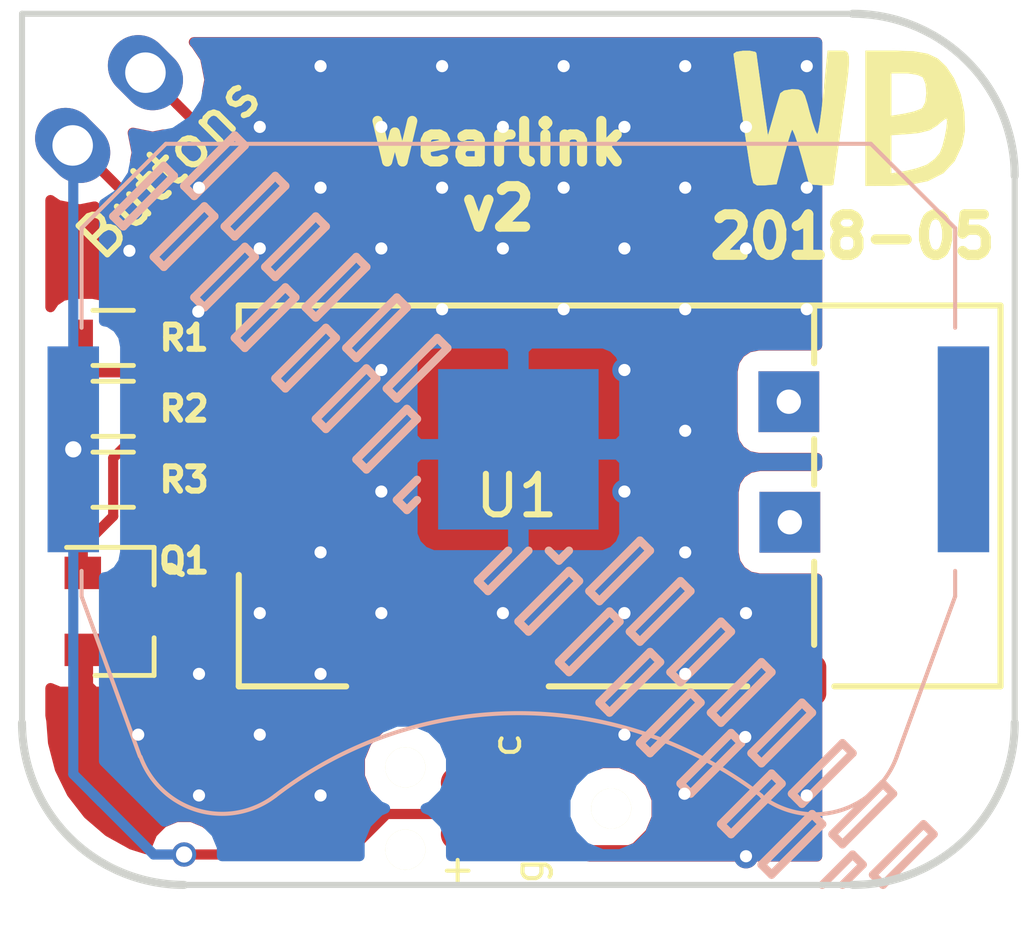
<source format=kicad_pcb>
(kicad_pcb (version 20171130) (host pcbnew "(5.0.0-rc2-dev-710-ge91e88bfa)")

  (general
    (thickness 1.6)
    (drawings 135)
    (tracks 107)
    (zones 0)
    (modules 9)
    (nets 8)
  )

  (page A4)
  (layers
    (0 F.Cu signal)
    (31 B.Cu signal)
    (32 B.Adhes user)
    (33 F.Adhes user)
    (34 B.Paste user)
    (35 F.Paste user)
    (36 B.SilkS user)
    (37 F.SilkS user)
    (38 B.Mask user)
    (39 F.Mask user)
    (40 Dwgs.User user)
    (41 Cmts.User user)
    (42 Eco1.User user)
    (43 Eco2.User user)
    (44 Edge.Cuts user)
    (45 Margin user)
    (46 B.CrtYd user)
    (47 F.CrtYd user)
    (48 B.Fab user)
    (49 F.Fab user)
  )

  (setup
    (last_trace_width 0.25)
    (trace_clearance 0.2)
    (zone_clearance 0.1)
    (zone_45_only no)
    (trace_min 0.2)
    (segment_width 0.2)
    (edge_width 0.2)
    (via_size 0.6)
    (via_drill 0.4)
    (via_min_size 0.4)
    (via_min_drill 0.3)
    (uvia_size 0.3)
    (uvia_drill 0.1)
    (uvias_allowed no)
    (uvia_min_size 0.2)
    (uvia_min_drill 0.1)
    (pcb_text_width 0.3)
    (pcb_text_size 1.5 1.5)
    (mod_edge_width 0.15)
    (mod_text_size 1 1)
    (mod_text_width 0.15)
    (pad_size 1.5 1.5)
    (pad_drill 0.6)
    (pad_to_mask_clearance 0.2)
    (aux_axis_origin 147.5 102.5)
    (visible_elements FFFFFF7F)
    (pcbplotparams
      (layerselection 0x00030_80000001)
      (usegerberextensions false)
      (usegerberattributes false)
      (usegerberadvancedattributes false)
      (creategerberjobfile false)
      (excludeedgelayer true)
      (linewidth 0.100000)
      (plotframeref false)
      (viasonmask false)
      (mode 1)
      (useauxorigin false)
      (hpglpennumber 1)
      (hpglpenspeed 20)
      (hpglpendiameter 15)
      (psnegative false)
      (psa4output false)
      (plotreference true)
      (plotvalue true)
      (plotinvisibletext false)
      (padsonsilk false)
      (subtractmaskfromsilk false)
      (outputformat 1)
      (mirror false)
      (drillshape 1)
      (scaleselection 1)
      (outputdirectory ""))
  )

  (net 0 "")
  (net 1 POWER)
  (net 2 "Net-(J1-Pad3)")
  (net 3 "Net-(Q1-Pad1)")
  (net 4 SENSE)
  (net 5 ADC)
  (net 6 "Net-(J1-Pad5)")
  (net 7 GND)

  (net_class Default "This is the default net class."
    (clearance 0.2)
    (trace_width 0.25)
    (via_dia 0.6)
    (via_drill 0.4)
    (uvia_dia 0.3)
    (uvia_drill 0.1)
    (add_net ADC)
    (add_net GND)
    (add_net "Net-(J1-Pad3)")
    (add_net "Net-(J1-Pad5)")
    (add_net "Net-(Q1-Pad1)")
    (add_net POWER)
    (add_net SENSE)
  )

  (module Battery_Holders:Keystone_3034_1x20mm-CoinCell (layer B.Cu) (tedit 5AEF1263) (tstamp 5AEDEB1C)
    (at 147.5 102.5 180)
    (descr "Keystone 3034 SMD battery holder for 2020, 2025 and 2032 coincell batteries. http://www.keyelco.com/product-pdf.cfm?p=798")
    (tags "Keystone type 3034 coin cell retainer")
    (path /5AED9A99)
    (attr smd)
    (fp_text reference BT1 (at 0 11.5 180) (layer B.SilkS) hide
      (effects (font (size 1 1) (thickness 0.15)) (justify mirror))
    )
    (fp_text value "Battery 2032" (at 0 -11.5 180) (layer B.Fab)
      (effects (font (size 1 1) (thickness 0.15)) (justify mirror))
    )
    (fp_text user %R (at 0 2.9 180) (layer B.Fab)
      (effects (font (size 1 1) (thickness 0.15)) (justify mirror))
    )
    (fp_circle (center 0 0) (end 0 -10.25) (layer Dwgs.User) (width 0.15))
    (fp_arc (start 0 -16.36) (end 6 -8.55) (angle 75.1) (layer B.SilkS) (width 0.1))
    (fp_arc (start -7.31 -6.85) (end -9.34 -7.58) (angle 107.5) (layer B.SilkS) (width 0.1))
    (fp_line (start -10.78 -3.63) (end -9.34 -7.58) (layer B.SilkS) (width 0.1))
    (fp_line (start -8.7 7.54) (end -10.78 5.46) (layer B.SilkS) (width 0.1))
    (fp_line (start 8.7 7.54) (end -8.7 7.54) (layer B.SilkS) (width 0.1))
    (fp_line (start 8.7 7.54) (end 10.78 5.46) (layer B.SilkS) (width 0.1))
    (fp_line (start 10.78 -3.63) (end 9.34 -7.58) (layer B.SilkS) (width 0.1))
    (fp_arc (start 7.31 -6.85) (end 6 -8.55) (angle 107.5) (layer B.SilkS) (width 0.1))
    (fp_line (start -10.78 5.46) (end -10.78 3) (layer B.SilkS) (width 0.1))
    (fp_line (start -10.78 -3) (end -10.78 -3.63) (layer B.SilkS) (width 0.1))
    (fp_line (start 10.78 5.46) (end 10.78 3) (layer B.SilkS) (width 0.1))
    (fp_line (start 10.78 -3) (end 10.78 -3.63) (layer B.SilkS) (width 0.1))
    (fp_line (start -9.19 -7.53) (end -10.63 -3.6) (layer B.Fab) (width 0.1))
    (fp_line (start -10.63 -3.6) (end -10.63 5.4) (layer B.Fab) (width 0.1))
    (fp_line (start -10.63 5.4) (end -8.64 7.39) (layer B.Fab) (width 0.1))
    (fp_line (start -8.64 7.39) (end 8.64 7.39) (layer B.Fab) (width 0.1))
    (fp_line (start 8.64 7.39) (end 10.63 5.4) (layer B.Fab) (width 0.1))
    (fp_line (start 10.63 5.4) (end 10.63 -3.6) (layer B.Fab) (width 0.1))
    (fp_line (start 10.63 -3.6) (end 9.19 -7.53) (layer B.Fab) (width 0.1))
    (fp_arc (start 7.31 -6.85) (end 6.1 -8.43) (angle 107.5) (layer B.Fab) (width 0.1))
    (fp_arc (start 0 -16.36) (end 6.1 -8.43) (angle 75.1) (layer B.Fab) (width 0.1))
    (fp_arc (start -7.31 -6.85) (end -9.19 -7.53) (angle 107.5) (layer B.Fab) (width 0.1))
    (fp_line (start 11.87 2.79) (end 10.88 2.79) (layer B.CrtYd) (width 0.05))
    (fp_line (start 10.88 2.79) (end 10.88 5.5) (layer B.CrtYd) (width 0.05))
    (fp_line (start 10.88 5.5) (end 8.74 7.64) (layer B.CrtYd) (width 0.05))
    (fp_line (start 8.74 7.64) (end 7.2 7.64) (layer B.CrtYd) (width 0.05))
    (fp_arc (start 0 0) (end 7.2 7.64) (angle 86.6) (layer B.CrtYd) (width 0.05))
    (fp_line (start -7.2 7.64) (end -8.74 7.64) (layer B.CrtYd) (width 0.05))
    (fp_line (start -8.74 7.64) (end -10.88 5.5) (layer B.CrtYd) (width 0.05))
    (fp_line (start -10.88 5.5) (end -10.88 2.79) (layer B.CrtYd) (width 0.05))
    (fp_line (start -10.88 2.79) (end -11.87 2.79) (layer B.CrtYd) (width 0.05))
    (fp_line (start -11.87 2.79) (end -11.87 -2.79) (layer B.CrtYd) (width 0.05))
    (fp_line (start -11.87 -2.79) (end -10.88 -2.79) (layer B.CrtYd) (width 0.05))
    (fp_line (start -10.88 -2.79) (end -10.88 -3.64) (layer B.CrtYd) (width 0.05))
    (fp_line (start -10.88 -3.64) (end -9.44 -7.62) (layer B.CrtYd) (width 0.05))
    (fp_arc (start -7.31 -6.85) (end -9.43 -7.62) (angle 106.9) (layer B.CrtYd) (width 0.05))
    (fp_arc (start 0 0) (end -5.96 -8.64) (angle 69.1) (layer B.CrtYd) (width 0.05))
    (fp_arc (start 7.31 -6.85) (end 5.96 -8.64) (angle 106.9) (layer B.CrtYd) (width 0.05))
    (fp_line (start 9.43 -7.63) (end 10.88 -3.64) (layer B.CrtYd) (width 0.05))
    (fp_line (start 10.88 -3.64) (end 10.88 -2.79) (layer B.CrtYd) (width 0.05))
    (fp_line (start 10.88 -2.79) (end 11.87 -2.79) (layer B.CrtYd) (width 0.05))
    (fp_line (start 11.87 -2.79) (end 11.87 2.79) (layer B.CrtYd) (width 0.05))
    (pad 2 smd rect (at 0 0 180) (size 3.96 3.96) (layers B.Cu B.Paste B.Mask)
      (net 7 GND))
    (pad 1 smd rect (at 10.985 0 180) (size 1.27 5.08) (layers B.Cu B.Paste B.Mask)
      (net 1 POWER))
    (pad 1 smd rect (at -10.985 0 180) (size 1.27 5.08) (layers B.Cu B.Paste B.Mask)
      (net 1 POWER))
    (model ${KISYS3DMOD}/Battery_Holders.3dshapes/Keystone_3034_1x20mm-CoinCell.wrl
      (at (xyz 0 0 0))
      (scale (xyz 1 1 1))
      (rotate (xyz 0 0 0))
    )
  )

  (module TO_SOT_Packages_SMD:SOT-23 (layer F.Cu) (tedit 5AF56973) (tstamp 5AEDEB2B)
    (at 137.75 106.5)
    (descr "SOT-23, Standard")
    (tags SOT-23)
    (path /5AEDBB1B)
    (attr smd)
    (fp_text reference Q1 (at 1.5 -1.25) (layer F.SilkS)
      (effects (font (size 0.6 0.6) (thickness 0.15)))
    )
    (fp_text value MMBT3904 (at 0 2.5) (layer F.Fab) hide
      (effects (font (size 1 1) (thickness 0.15)))
    )
    (fp_text user %R (at -4.25 0) (layer F.Fab) hide
      (effects (font (size 0.5 0.5) (thickness 0.075)))
    )
    (fp_line (start -0.7 -0.95) (end -0.7 1.5) (layer F.Fab) (width 0.1))
    (fp_line (start -0.15 -1.52) (end 0.7 -1.52) (layer F.Fab) (width 0.1))
    (fp_line (start -0.7 -0.95) (end -0.15 -1.52) (layer F.Fab) (width 0.1))
    (fp_line (start 0.7 -1.52) (end 0.7 1.52) (layer F.Fab) (width 0.1))
    (fp_line (start -0.7 1.52) (end 0.7 1.52) (layer F.Fab) (width 0.1))
    (fp_line (start 0.76 1.58) (end 0.76 0.65) (layer F.SilkS) (width 0.12))
    (fp_line (start 0.76 -1.58) (end 0.76 -0.65) (layer F.SilkS) (width 0.12))
    (fp_line (start -1.7 -1.75) (end 1.7 -1.75) (layer F.CrtYd) (width 0.05))
    (fp_line (start 1.7 -1.75) (end 1.7 1.75) (layer F.CrtYd) (width 0.05))
    (fp_line (start 1.7 1.75) (end -1.7 1.75) (layer F.CrtYd) (width 0.05))
    (fp_line (start -1.7 1.75) (end -1.7 -1.75) (layer F.CrtYd) (width 0.05))
    (fp_line (start 0.76 -1.58) (end -1.4 -1.58) (layer F.SilkS) (width 0.12))
    (fp_line (start 0.76 1.58) (end -0.7 1.58) (layer F.SilkS) (width 0.12))
    (pad 1 smd rect (at -1 -0.95) (size 0.9 0.8) (layers F.Cu F.Paste F.Mask)
      (net 3 "Net-(Q1-Pad1)"))
    (pad 2 smd rect (at -1 0.95) (size 0.9 0.8) (layers F.Cu F.Paste F.Mask)
      (net 7 GND))
    (pad 3 smd rect (at 1 0) (size 0.9 0.8) (layers F.Cu F.Paste F.Mask)
      (net 4 SENSE))
    (model ${KISYS3DMOD}/TO_SOT_Packages_SMD.3dshapes/SOT-23.wrl
      (at (xyz 0 0 0))
      (scale (xyz 1 1 1))
      (rotate (xyz 0 0 0))
    )
  )

  (module wearlink:TC2030-IDC-NL (layer F.Cu) (tedit 5AF56BFF) (tstamp 5AEE0024)
    (at 147.25 111.365 270)
    (descr "Tag Connect small footprint SWD connector ( No Leg version )")
    (path /5AEDCC20)
    (solder_paste_ratio -0.5)
    (clearance 0.2)
    (attr virtual)
    (fp_text reference J1 (at 0 4.064 270) (layer F.SilkS) hide
      (effects (font (size 0.4 0.4) (thickness 0.05)))
    )
    (fp_text value JTAG (at 0.25 -4.25 270) (layer F.SilkS) hide
      (effects (font (size 1 1) (thickness 0.15)))
    )
    (fp_line (start -0.635 -1.27) (end 0.635 -1.27) (layer Cmts.User) (width 0.15))
    (fp_line (start 0.635 -1.27) (end 0.635 1.27) (layer Cmts.User) (width 0.15))
    (fp_line (start 0.635 1.27) (end -0.635 1.27) (layer Cmts.User) (width 0.15))
    (fp_line (start -0.635 1.27) (end -0.635 -1.27) (layer Cmts.User) (width 0.15))
    (pad 1 smd circle (at -0.635 -1.27 270) (size 0.787 0.787) (layers F.Cu F.Mask))
    (pad 2 smd circle (at 0.635 -1.27 270) (size 0.787 0.787) (layers F.Cu F.Mask)
      (net 7 GND))
    (pad 3 smd circle (at -0.635 0 270) (size 0.787 0.787) (layers F.Cu F.Mask)
      (net 2 "Net-(J1-Pad3)"))
    (pad 4 smd circle (at 0.635 0 270) (size 0.787 0.787) (layers F.Cu F.Mask)
      (net 7 GND))
    (pad 5 smd circle (at -0.635 1.27 270) (size 0.787 0.787) (layers F.Cu F.Mask)
      (net 6 "Net-(J1-Pad5)"))
    (pad 6 smd circle (at 0.635 1.27 270) (size 0.787 0.787) (layers F.Cu F.Mask)
      (net 1 POWER))
    (pad "" np_thru_hole circle (at 0 -2.54 270) (size 0.991 0.991) (drill 0.991) (layers *.Cu *.Mask F.SilkS))
    (pad "" np_thru_hole circle (at -1.016 2.54 270) (size 0.991 0.991) (drill 0.991) (layers *.Cu *.Mask F.SilkS))
    (pad "" np_thru_hole circle (at 1.016 2.54 270) (size 0.991 0.991) (drill 0.991) (layers *.Cu *.Mask F.SilkS))
  )

  (module Resistors_SMD:R_0603 (layer F.Cu) (tedit 5AF56E83) (tstamp 5AEF7DAE)
    (at 137.5 99.75)
    (descr "Resistor SMD 0603, reflow soldering, Vishay (see dcrcw.pdf)")
    (tags "resistor 0603")
    (path /5AEDBA85)
    (attr smd)
    (fp_text reference R1 (at 1.75 0) (layer F.SilkS)
      (effects (font (size 0.6 0.6) (thickness 0.15)))
    )
    (fp_text value 20k (at -3.75 0) (layer F.Fab) hide
      (effects (font (size 1 1) (thickness 0.15)))
    )
    (fp_text user %R (at 0 0) (layer F.Fab)
      (effects (font (size 0.4 0.4) (thickness 0.075)))
    )
    (fp_line (start -0.8 0.4) (end -0.8 -0.4) (layer F.Fab) (width 0.1))
    (fp_line (start 0.8 0.4) (end -0.8 0.4) (layer F.Fab) (width 0.1))
    (fp_line (start 0.8 -0.4) (end 0.8 0.4) (layer F.Fab) (width 0.1))
    (fp_line (start -0.8 -0.4) (end 0.8 -0.4) (layer F.Fab) (width 0.1))
    (fp_line (start 0.5 0.68) (end -0.5 0.68) (layer F.SilkS) (width 0.12))
    (fp_line (start -0.5 -0.68) (end 0.5 -0.68) (layer F.SilkS) (width 0.12))
    (fp_line (start -1.25 -0.7) (end 1.25 -0.7) (layer F.CrtYd) (width 0.05))
    (fp_line (start -1.25 -0.7) (end -1.25 0.7) (layer F.CrtYd) (width 0.05))
    (fp_line (start 1.25 0.7) (end 1.25 -0.7) (layer F.CrtYd) (width 0.05))
    (fp_line (start 1.25 0.7) (end -1.25 0.7) (layer F.CrtYd) (width 0.05))
    (pad 1 smd rect (at -0.75 0) (size 0.5 0.9) (layers F.Cu F.Paste F.Mask)
      (net 5 ADC))
    (pad 2 smd rect (at 0.75 0) (size 0.5 0.9) (layers F.Cu F.Paste F.Mask)
      (net 7 GND))
    (model ${KISYS3DMOD}/Resistors_SMD.3dshapes/R_0603.wrl
      (at (xyz 0 0 0))
      (scale (xyz 1 1 1))
      (rotate (xyz 0 0 0))
    )
  )

  (module Resistors_SMD:R_0603 (layer F.Cu) (tedit 5AF0728F) (tstamp 5AEF7DBE)
    (at 137.5 101.5 180)
    (descr "Resistor SMD 0603, reflow soldering, Vishay (see dcrcw.pdf)")
    (tags "resistor 0603")
    (path /5AEDBE6E)
    (attr smd)
    (fp_text reference R2 (at -1.75 0 180) (layer F.SilkS)
      (effects (font (size 0.6 0.6) (thickness 0.15)))
    )
    (fp_text value 1M (at 3.5 0 180) (layer F.Fab) hide
      (effects (font (size 1 1) (thickness 0.15)))
    )
    (fp_text user %R (at 0 0 180) (layer F.Fab)
      (effects (font (size 0.4 0.4) (thickness 0.075)))
    )
    (fp_line (start -0.8 0.4) (end -0.8 -0.4) (layer F.Fab) (width 0.1))
    (fp_line (start 0.8 0.4) (end -0.8 0.4) (layer F.Fab) (width 0.1))
    (fp_line (start 0.8 -0.4) (end 0.8 0.4) (layer F.Fab) (width 0.1))
    (fp_line (start -0.8 -0.4) (end 0.8 -0.4) (layer F.Fab) (width 0.1))
    (fp_line (start 0.5 0.68) (end -0.5 0.68) (layer F.SilkS) (width 0.12))
    (fp_line (start -0.5 -0.68) (end 0.5 -0.68) (layer F.SilkS) (width 0.12))
    (fp_line (start -1.25 -0.7) (end 1.25 -0.7) (layer F.CrtYd) (width 0.05))
    (fp_line (start -1.25 -0.7) (end -1.25 0.7) (layer F.CrtYd) (width 0.05))
    (fp_line (start 1.25 0.7) (end 1.25 -0.7) (layer F.CrtYd) (width 0.05))
    (fp_line (start 1.25 0.7) (end -1.25 0.7) (layer F.CrtYd) (width 0.05))
    (pad 1 smd rect (at -0.75 0 180) (size 0.5 0.9) (layers F.Cu F.Paste F.Mask)
      (net 3 "Net-(Q1-Pad1)"))
    (pad 2 smd rect (at 0.75 0 180) (size 0.5 0.9) (layers F.Cu F.Paste F.Mask)
      (net 5 ADC))
    (model ${KISYS3DMOD}/Resistors_SMD.3dshapes/R_0603.wrl
      (at (xyz 0 0 0))
      (scale (xyz 1 1 1))
      (rotate (xyz 0 0 0))
    )
  )

  (module Resistors_SMD:R_0603 (layer F.Cu) (tedit 5AF56978) (tstamp 5AEF7DCE)
    (at 137.5 103.25)
    (descr "Resistor SMD 0603, reflow soldering, Vishay (see dcrcw.pdf)")
    (tags "resistor 0603")
    (path /5AEDBDFB)
    (attr smd)
    (fp_text reference R3 (at 1.75 0) (layer F.SilkS)
      (effects (font (size 0.6 0.6) (thickness 0.15)))
    )
    (fp_text value 1M (at 0 1.5) (layer F.Fab) hide
      (effects (font (size 1 1) (thickness 0.15)))
    )
    (fp_text user %R (at 0 0) (layer F.Fab)
      (effects (font (size 0.4 0.4) (thickness 0.075)))
    )
    (fp_line (start -0.8 0.4) (end -0.8 -0.4) (layer F.Fab) (width 0.1))
    (fp_line (start 0.8 0.4) (end -0.8 0.4) (layer F.Fab) (width 0.1))
    (fp_line (start 0.8 -0.4) (end 0.8 0.4) (layer F.Fab) (width 0.1))
    (fp_line (start -0.8 -0.4) (end 0.8 -0.4) (layer F.Fab) (width 0.1))
    (fp_line (start 0.5 0.68) (end -0.5 0.68) (layer F.SilkS) (width 0.12))
    (fp_line (start -0.5 -0.68) (end 0.5 -0.68) (layer F.SilkS) (width 0.12))
    (fp_line (start -1.25 -0.7) (end 1.25 -0.7) (layer F.CrtYd) (width 0.05))
    (fp_line (start -1.25 -0.7) (end -1.25 0.7) (layer F.CrtYd) (width 0.05))
    (fp_line (start 1.25 0.7) (end 1.25 -0.7) (layer F.CrtYd) (width 0.05))
    (fp_line (start 1.25 0.7) (end -1.25 0.7) (layer F.CrtYd) (width 0.05))
    (pad 1 smd rect (at -0.75 0) (size 0.5 0.9) (layers F.Cu F.Paste F.Mask)
      (net 1 POWER))
    (pad 2 smd rect (at 0.75 0) (size 0.5 0.9) (layers F.Cu F.Paste F.Mask)
      (net 4 SENSE))
    (model ${KISYS3DMOD}/Resistors_SMD.3dshapes/R_0603.wrl
      (at (xyz 0 0 0))
      (scale (xyz 1 1 1))
      (rotate (xyz 0 0 0))
    )
  )

  (module wearlink:wpd (layer F.Cu) (tedit 0) (tstamp 5AEF0F1E)
    (at 155.75 94.25)
    (fp_text reference G*** (at 0 0) (layer F.SilkS) hide
      (effects (font (size 1.524 1.524) (thickness 0.3)))
    )
    (fp_text value LOGO (at 0.75 0) (layer F.SilkS) hide
      (effects (font (size 1.524 1.524) (thickness 0.3)))
    )
    (fp_poly (pts (xy -0.171198 -1.575518) (xy -0.12113 -1.532213) (xy -0.095418 -1.438851) (xy -0.093343 -1.276549)
      (xy -0.114183 -1.026421) (xy -0.15722 -0.669583) (xy -0.221733 -0.187149) (xy -0.278113 0.226774)
      (xy -0.340714 0.688985) (xy -0.395181 1.094684) (xy -0.438162 1.418598) (xy -0.466303 1.635455)
      (xy -0.47625 1.719846) (xy -0.546073 1.737173) (xy -0.719232 1.735067) (xy -0.773048 1.731197)
      (xy -1.069845 1.706562) (xy -1.262688 1.012192) (xy -1.350914 0.712719) (xy -1.427113 0.487156)
      (xy -1.480076 0.367167) (xy -1.494638 0.356928) (xy -1.531394 0.446657) (xy -1.595583 0.652095)
      (xy -1.675555 0.935089) (xy -1.706675 1.051298) (xy -1.879607 1.706562) (xy -2.16567 1.730932)
      (xy -2.357961 1.734662) (xy -2.448712 1.674702) (xy -2.493341 1.511163) (xy -2.496511 1.492807)
      (xy -2.530639 1.282061) (xy -2.578712 0.971014) (xy -2.636305 0.58987) (xy -2.698988 0.168828)
      (xy -2.762334 -0.261907) (xy -2.821915 -0.672134) (xy -2.873303 -1.031651) (xy -2.912071 -1.310255)
      (xy -2.933789 -1.477746) (xy -2.936875 -1.510852) (xy -2.86958 -1.558408) (xy -2.713112 -1.583396)
      (xy -2.535603 -1.583731) (xy -2.405184 -1.557325) (xy -2.377888 -1.527969) (xy -2.365971 -1.430789)
      (xy -2.335863 -1.208488) (xy -2.291977 -0.893081) (xy -2.238724 -0.51658) (xy -2.232974 -0.47625)
      (xy -2.091422 0.515937) (xy -1.954845 0.039687) (xy -1.877409 -0.227639) (xy -1.814602 -0.439644)
      (xy -1.78475 -0.535782) (xy -1.690739 -0.602759) (xy -1.505635 -0.634584) (xy -1.480676 -0.635)
      (xy -1.339498 -0.628852) (xy -1.24823 -0.588382) (xy -1.182217 -0.480554) (xy -1.116805 -0.272332)
      (xy -1.06601 -0.079375) (xy -0.989323 0.191166) (xy -0.920859 0.388868) (xy -0.874158 0.475202)
      (xy -0.87074 0.47625) (xy -0.844395 0.402064) (xy -0.808485 0.199043) (xy -0.767366 -0.103509)
      (xy -0.725392 -0.47629) (xy -0.717384 -0.555625) (xy -0.615187 -1.5875) (xy -0.347281 -1.5875)
      (xy -0.246341 -1.587652) (xy -0.171198 -1.575518)) (layer F.SilkS) (width 0.01))
    (fp_poly (pts (xy 1.051718 -1.587204) (xy 1.510424 -1.57074) (xy 1.848897 -1.51047) (xy 2.103369 -1.389432)
      (xy 2.310071 -1.190662) (xy 2.497591 -0.910296) (xy 2.664787 -0.513482) (xy 2.757516 -0.054947)
      (xy 2.767586 0.399969) (xy 2.704176 0.737619) (xy 2.513986 1.139881) (xy 2.237367 1.433201)
      (xy 1.860359 1.625697) (xy 1.369004 1.725483) (xy 0.972343 1.744506) (xy 0.3175 1.74625)
      (xy 0.3175 0.49533) (xy 0.9525 0.49533) (xy 0.9525 1.442703) (xy 1.289843 1.386653)
      (xy 1.560873 1.323643) (xy 1.803299 1.238913) (xy 1.843115 1.220105) (xy 2.034971 1.079484)
      (xy 2.1554 0.931834) (xy 2.217346 0.773112) (xy 2.274098 0.557462) (xy 2.316131 0.335999)
      (xy 2.33392 0.159834) (xy 2.317941 0.08008) (xy 2.31425 0.079375) (xy 2.233355 0.128133)
      (xy 2.094919 0.246157) (xy 2.087622 0.252982) (xy 1.901134 0.372013) (xy 1.629091 0.440102)
      (xy 1.427662 0.46096) (xy 0.9525 0.49533) (xy 0.3175 0.49533) (xy 0.3175 -1.031875)
      (xy 0.9525 -1.031875) (xy 0.9525 0.020289) (xy 1.285905 -0.033025) (xy 1.519483 -0.085963)
      (xy 1.692967 -0.152565) (xy 1.722468 -0.171951) (xy 1.795288 -0.315064) (xy 1.822589 -0.537539)
      (xy 1.803614 -0.76643) (xy 1.737611 -0.928793) (xy 1.730374 -0.936626) (xy 1.595881 -0.996052)
      (xy 1.374902 -1.029314) (xy 1.293812 -1.031875) (xy 0.9525 -1.031875) (xy 0.3175 -1.031875)
      (xy 0.3175 -1.5875) (xy 1.051718 -1.587204)) (layer F.SilkS) (width 0.01))
  )

  (module wearlink:FibretronicKeypad (layer F.Cu) (tedit 5AF56B7A) (tstamp 5AEFC2D9)
    (at 136.5 95 45)
    (descr "Connector Headers with Friction Lock, 22-27-2021, http://www.molex.com/pdm_docs/sd/022272021_sd.pdf")
    (tags "connector molex kk_6410 22-27-2021")
    (path /5AEDB75E)
    (fp_text reference Buttons (at 1.3 2.05 45) (layer F.SilkS)
      (effects (font (size 1 1) (thickness 0.15)))
    )
    (fp_text value FibretronicKeypad (at 1.35 6.35 45) (layer F.Fab) hide
      (effects (font (size 1 1) (thickness 0.15)))
    )
    (fp_text user %R (at 1.27 0 45) (layer F.Fab)
      (effects (font (size 1 1) (thickness 0.15)))
    )
    (pad 1 thru_hole oval (at 0 0 45) (size 1.5 2) (drill 1) (layers *.Cu *.Mask)
      (net 1 POWER))
    (pad 2 thru_hole oval (at 2.54 0 45) (size 1.5 2) (drill 1) (layers *.Cu *.Mask)
      (net 5 ADC))
  )

  (module wearlink:WT51822-0S4AT (layer F.Cu) (tedit 5AF58F5B) (tstamp 5AF58CC2)
    (at 150 103.65)
    (descr http://wireless-tag.com/Public/upload/file/p19u6lm0jr1dl21ffgtki1oeuen3.pdf)
    (path /5AED8A82)
    (fp_text reference U1 (at -2.54 0) (layer F.SilkS)
      (effects (font (size 1 1) (thickness 0.15)))
    )
    (fp_text value WT51822-0S4AT (at -2.54 -1.905) (layer F.Fab)
      (effects (font (size 1 1) (thickness 0.15)))
    )
    (fp_line (start 9.75 5.5) (end 9.75 -5) (layer F.CrtYd) (width 0.15))
    (fp_line (start -10.25 5.5) (end 9.75 5.5) (layer F.CrtYd) (width 0.15))
    (fp_line (start -10.25 -5) (end -10.25 5.5) (layer F.CrtYd) (width 0.15))
    (fp_line (start 9.75 -5) (end -10.25 -5) (layer F.CrtYd) (width 0.15))
    (fp_line (start 4.8 1.625) (end 4.8 3.675) (layer F.SilkS) (width 0.15))
    (fp_line (start -9.4 1.95) (end -9.4 4.7) (layer F.SilkS) (width 0.15))
    (fp_line (start -9.25 -4.55) (end 9.25 -4.55) (layer F.Fab) (width 0.15))
    (fp_line (start -1.75 4.7) (end 3.15 4.7) (layer F.SilkS) (width 0.15))
    (fp_line (start 9.4 -4.7) (end 9.4 4.7) (layer F.SilkS) (width 0.15))
    (fp_line (start -9.4 4.7) (end -6.75 4.7) (layer F.SilkS) (width 0.15))
    (fp_line (start 5.3 4.7) (end 9.4 4.7) (layer F.SilkS) (width 0.15))
    (fp_line (start -9.4 -4.7) (end -9.4 -4.05) (layer F.SilkS) (width 0.15))
    (fp_line (start -9.4 -4.7) (end 9.4 -4.7) (layer F.SilkS) (width 0.15))
    (fp_line (start 9.25 -4.55) (end 9.25 4.55) (layer F.Fab) (width 0.15))
    (fp_line (start -9.25 4.55) (end 9.25 4.55) (layer F.Fab) (width 0.15))
    (fp_line (start -9.25 -4.55) (end -9.25 4.55) (layer F.Fab) (width 0.15))
    (fp_line (start 4.8 -4.7) (end 4.8 -3.275) (layer F.SilkS) (width 0.15))
    (fp_line (start 4.8 -1.4) (end 4.8 -0.275) (layer F.SilkS) (width 0.15))
    (fp_line (start 4.8 -4.7) (end 4.8 4.7) (layer F.Fab) (width 0.15))
    (pad 1 smd oval (at -9.25 -3.55) (size 1.25 0.6) (layers F.Cu F.Paste F.Mask)
      (net 1 POWER))
    (pad 2 smd oval (at -9.25 -2.55) (size 1.25 0.6) (layers F.Cu F.Paste F.Mask)
      (net 7 GND))
    (pad 3 smd oval (at -9.25 -1.55) (size 1.25 0.6) (layers F.Cu F.Paste F.Mask)
      (net 5 ADC))
    (pad 4 smd oval (at -9.25 -0.55) (size 1.25 0.6) (layers F.Cu F.Paste F.Mask))
    (pad 5 smd oval (at -9.25 0.45) (size 1.25 0.6) (layers F.Cu F.Paste F.Mask))
    (pad 6 smd oval (at -9.25 1.45) (size 1.25 0.6) (layers F.Cu F.Paste F.Mask)
      (net 4 SENSE))
    (pad 7 smd oval (at -6.25 4.55 90) (size 1.25 0.6) (layers F.Cu F.Paste F.Mask))
    (pad 8 smd oval (at -5.25 4.55 90) (size 1.25 0.6) (layers F.Cu F.Paste F.Mask))
    (pad 9 smd oval (at -4.25 4.55 90) (size 1.25 0.6) (layers F.Cu F.Paste F.Mask))
    (pad 10 smd oval (at -3.25 4.55 90) (size 1.25 0.6) (layers F.Cu F.Paste F.Mask)
      (net 6 "Net-(J1-Pad5)"))
    (pad 11 smd oval (at -2.25 4.55 90) (size 1.25 0.6) (layers F.Cu F.Paste F.Mask)
      (net 2 "Net-(J1-Pad3)"))
    (pad 12 smd oval (at 3.65 4.55 90) (size 1.25 0.6) (layers F.Cu F.Paste F.Mask)
      (net 7 GND))
    (pad 13 smd oval (at 4.8 4.55 90) (size 1.25 0.6) (layers F.Cu F.Paste F.Mask)
      (net 7 GND))
    (pad 14 thru_hole rect (at 4.2 0.65) (size 1.5 1.5) (drill 0.6) (layers *.Cu *.Mask)
      (solder_mask_margin 0.1) (clearance 0.5) (zone_connect 0))
    (pad 15 thru_hole rect (at 4.175 -2.325) (size 1.5 1.5) (drill 0.6) (layers *.Cu *.Mask)
      (solder_mask_margin 0.1) (clearance 0.5))
  )

  (gr_text "Wearlink\nv2" (at 147 95.75) (layer F.SilkS)
    (effects (font (size 1 1) (thickness 0.25)))
  )
  (gr_line (start 144.5 103.75) (end 145 103.25) (layer B.SilkS) (width 0.2) (tstamp 5AF56B5E))
  (gr_line (start 145 103.75) (end 144.75 104) (layer B.SilkS) (width 0.2) (tstamp 5AF56B5B))
  (gr_line (start 151.75 111) (end 151.5 110.75) (layer B.SilkS) (width 0.2) (tstamp 5AF56BBA))
  (gr_line (start 153 109.75) (end 151.75 111) (layer B.SilkS) (width 0.2) (tstamp 5AF56BB9))
  (gr_line (start 151.5 110.75) (end 152.75 109.5) (layer B.SilkS) (width 0.2) (tstamp 5AF56BB8))
  (gr_line (start 152.75 109.5) (end 153 109.75) (layer B.SilkS) (width 0.2) (tstamp 5AF56BB7))
  (gr_line (start 152.5 109.25) (end 152.25 109) (layer B.SilkS) (width 0.2) (tstamp 5AF56BB6))
  (gr_line (start 153.5 107.75) (end 153.75 108) (layer B.SilkS) (width 0.2) (tstamp 5AF56BB5))
  (gr_line (start 152.25 109) (end 153.5 107.75) (layer B.SilkS) (width 0.2) (tstamp 5AF56BB4))
  (gr_line (start 153.75 108) (end 152.5 109.25) (layer B.SilkS) (width 0.2) (tstamp 5AF56BB3))
  (gr_line (start 153.25 110) (end 154.5 108.75) (layer B.SilkS) (width 0.2) (tstamp 5AF56BB2))
  (gr_line (start 153.5 110.25) (end 153.25 110) (layer B.SilkS) (width 0.2) (tstamp 5AF56BB1))
  (gr_line (start 154.75 109) (end 153.5 110.25) (layer B.SilkS) (width 0.2) (tstamp 5AF56BB0))
  (gr_line (start 154.5 108.75) (end 154.75 109) (layer B.SilkS) (width 0.2) (tstamp 5AF56BAF))
  (gr_line (start 154 110.75) (end 152.75 112) (layer B.SilkS) (width 0.2) (tstamp 5AF56BAE))
  (gr_line (start 153.75 110.5) (end 154 110.75) (layer B.SilkS) (width 0.2) (tstamp 5AF56BAD))
  (gr_line (start 152.75 112) (end 152.5 111.75) (layer B.SilkS) (width 0.2) (tstamp 5AF56BAC))
  (gr_line (start 152.5 111.75) (end 153.75 110.5) (layer B.SilkS) (width 0.2) (tstamp 5AF56BAB))
  (gr_line (start 155.75 110) (end 154.5 111.25) (layer B.SilkS) (width 0.2) (tstamp 5AF56BAA))
  (gr_line (start 154.5 111.25) (end 154.25 111) (layer B.SilkS) (width 0.2) (tstamp 5AF56BA9))
  (gr_line (start 155.5 109.75) (end 155.75 110) (layer B.SilkS) (width 0.2) (tstamp 5AF56BA8))
  (gr_line (start 154.25 111) (end 155.5 109.75) (layer B.SilkS) (width 0.2) (tstamp 5AF56BA7))
  (gr_line (start 153.5 112.75) (end 154.75 111.5) (layer B.SilkS) (width 0.2) (tstamp 5AF56BA6))
  (gr_line (start 153.75 113) (end 153.5 112.75) (layer B.SilkS) (width 0.2) (tstamp 5AF56BA5))
  (gr_line (start 154.75 111.5) (end 155 111.75) (layer B.SilkS) (width 0.2) (tstamp 5AF56BA4))
  (gr_line (start 155 111.75) (end 153.75 113) (layer B.SilkS) (width 0.2) (tstamp 5AF56BA3))
  (gr_line (start 155.25 112) (end 156.5 110.75) (layer B.SilkS) (width 0.2) (tstamp 5AF56BA2))
  (gr_line (start 156.75 111) (end 155.5 112.25) (layer B.SilkS) (width 0.2) (tstamp 5AF56BA1))
  (gr_line (start 156.5 110.75) (end 156.75 111) (layer B.SilkS) (width 0.2) (tstamp 5AF56BA0))
  (gr_line (start 155.5 112.25) (end 155.25 112) (layer B.SilkS) (width 0.2) (tstamp 5AF56B9F))
  (gr_line (start 156 112.75) (end 155.5 113.25) (layer B.SilkS) (width 0.2) (tstamp 5AF56B9D))
  (gr_line (start 155 113.25) (end 155.75 112.5) (layer B.SilkS) (width 0.2) (tstamp 5AF56B9C))
  (gr_line (start 155.75 112.5) (end 156 112.75) (layer B.SilkS) (width 0.2) (tstamp 5AF56B9B))
  (gr_line (start 156.5 113.25) (end 156.25 113) (layer B.SilkS) (width 0.2) (tstamp 5AF56B9A))
  (gr_line (start 156.25 113) (end 157.5 111.75) (layer B.SilkS) (width 0.2) (tstamp 5AF56B99))
  (gr_line (start 157.5 111.75) (end 157.75 112) (layer B.SilkS) (width 0.2) (tstamp 5AF56B98))
  (gr_line (start 157.75 112) (end 156.5 113.25) (layer B.SilkS) (width 0.2) (tstamp 5AF56B97))
  (gr_line (start 152.5 106.75) (end 152.75 107) (layer B.SilkS) (width 0.2) (tstamp 5AF56B96))
  (gr_line (start 151.25 108) (end 152.5 106.75) (layer B.SilkS) (width 0.2) (tstamp 5AF56B95))
  (gr_line (start 152.75 107) (end 151.5 108.25) (layer B.SilkS) (width 0.2) (tstamp 5AF56B94))
  (gr_line (start 151.5 108.25) (end 151.25 108) (layer B.SilkS) (width 0.2) (tstamp 5AF56B93))
  (gr_line (start 151.75 108.5) (end 152 108.75) (layer B.SilkS) (width 0.2) (tstamp 5AF56B92))
  (gr_line (start 150.75 110) (end 150.5 109.75) (layer B.SilkS) (width 0.2) (tstamp 5AF56B91))
  (gr_line (start 152 108.75) (end 150.75 110) (layer B.SilkS) (width 0.2) (tstamp 5AF56B90))
  (gr_line (start 150.5 109.75) (end 151.75 108.5) (layer B.SilkS) (width 0.2) (tstamp 5AF56B8F))
  (gr_line (start 151 107.75) (end 149.75 109) (layer B.SilkS) (width 0.2) (tstamp 5AF56B8E))
  (gr_line (start 150.75 107.5) (end 151 107.75) (layer B.SilkS) (width 0.2) (tstamp 5AF56B8D))
  (gr_line (start 149.5 108.75) (end 150.75 107.5) (layer B.SilkS) (width 0.2) (tstamp 5AF56B8C))
  (gr_line (start 149.75 109) (end 149.5 108.75) (layer B.SilkS) (width 0.2) (tstamp 5AF56B8B))
  (gr_line (start 150.25 107) (end 151.5 105.75) (layer B.SilkS) (width 0.2) (tstamp 5AF56B8A))
  (gr_line (start 150.5 107.25) (end 150.25 107) (layer B.SilkS) (width 0.2) (tstamp 5AF56B89))
  (gr_line (start 151.5 105.75) (end 151.75 106) (layer B.SilkS) (width 0.2) (tstamp 5AF56B88))
  (gr_line (start 151.75 106) (end 150.5 107.25) (layer B.SilkS) (width 0.2) (tstamp 5AF56B87))
  (gr_line (start 148.5 107.75) (end 149.75 106.5) (layer B.SilkS) (width 0.2) (tstamp 5AF56B86))
  (gr_line (start 149.75 106.5) (end 150 106.75) (layer B.SilkS) (width 0.2) (tstamp 5AF56B85))
  (gr_line (start 148.75 108) (end 148.5 107.75) (layer B.SilkS) (width 0.2) (tstamp 5AF56B84))
  (gr_line (start 150 106.75) (end 148.75 108) (layer B.SilkS) (width 0.2) (tstamp 5AF56B83))
  (gr_line (start 150.75 105) (end 149.5 106.25) (layer B.SilkS) (width 0.2) (tstamp 5AF56B82))
  (gr_line (start 150.5 104.75) (end 150.75 105) (layer B.SilkS) (width 0.2) (tstamp 5AF56B81))
  (gr_line (start 149.5 106.25) (end 149.25 106) (layer B.SilkS) (width 0.2) (tstamp 5AF56B80))
  (gr_line (start 149.25 106) (end 150.5 104.75) (layer B.SilkS) (width 0.2) (tstamp 5AF56B7F))
  (gr_line (start 149 105.75) (end 147.75 107) (layer B.SilkS) (width 0.2) (tstamp 5AF56B7E))
  (gr_line (start 147.5 106.75) (end 148.75 105.5) (layer B.SilkS) (width 0.2) (tstamp 5AF56B7D))
  (gr_line (start 147.75 107) (end 147.5 106.75) (layer B.SilkS) (width 0.2) (tstamp 5AF56B7C))
  (gr_line (start 148.75 105.5) (end 149 105.75) (layer B.SilkS) (width 0.2) (tstamp 5AF56B7B))
  (gr_line (start 148.75 105) (end 148.5 105.25) (layer B.SilkS) (width 0.2) (tstamp 5AF56B78))
  (gr_line (start 148.5 105.25) (end 148.25 105) (layer B.SilkS) (width 0.2) (tstamp 5AF56B77))
  (gr_line (start 147.75 105) (end 146.75 106) (layer B.SilkS) (width 0.2) (tstamp 5AF56B75))
  (gr_line (start 146.75 106) (end 146.5 105.75) (layer B.SilkS) (width 0.2) (tstamp 5AF56B74))
  (gr_line (start 146.5 105.75) (end 147.25 105) (layer B.SilkS) (width 0.2) (tstamp 5AF56B73))
  (gr_line (start 142.75 102) (end 142.5 101.75) (layer B.SilkS) (width 0.2) (tstamp 5AF56B72))
  (gr_line (start 144 100.75) (end 142.75 102) (layer B.SilkS) (width 0.2) (tstamp 5AF56B71))
  (gr_line (start 142.5 101.75) (end 143.75 100.5) (layer B.SilkS) (width 0.2) (tstamp 5AF56B70))
  (gr_line (start 143.75 100.5) (end 144 100.75) (layer B.SilkS) (width 0.2) (tstamp 5AF56B6F))
  (gr_line (start 143.5 100.25) (end 143.25 100) (layer B.SilkS) (width 0.2) (tstamp 5AF56B6E))
  (gr_line (start 144.5 98.75) (end 144.75 99) (layer B.SilkS) (width 0.2) (tstamp 5AF56B6D))
  (gr_line (start 143.25 100) (end 144.5 98.75) (layer B.SilkS) (width 0.2) (tstamp 5AF56B6C))
  (gr_line (start 144.75 99) (end 143.5 100.25) (layer B.SilkS) (width 0.2) (tstamp 5AF56B6B))
  (gr_line (start 144.25 101) (end 145.5 99.75) (layer B.SilkS) (width 0.2) (tstamp 5AF56B6A))
  (gr_line (start 144.5 101.25) (end 144.25 101) (layer B.SilkS) (width 0.2) (tstamp 5AF56B69))
  (gr_line (start 145.75 100) (end 144.5 101.25) (layer B.SilkS) (width 0.2) (tstamp 5AF56B68))
  (gr_line (start 145.5 99.75) (end 145.75 100) (layer B.SilkS) (width 0.2) (tstamp 5AF56B67))
  (gr_line (start 145 101.75) (end 143.75 103) (layer B.SilkS) (width 0.2) (tstamp 5AF56B66))
  (gr_line (start 144.75 101.5) (end 145 101.75) (layer B.SilkS) (width 0.2) (tstamp 5AF56B65))
  (gr_line (start 143.75 103) (end 143.5 102.75) (layer B.SilkS) (width 0.2) (tstamp 5AF56B64))
  (gr_line (start 143.5 102.75) (end 144.75 101.5) (layer B.SilkS) (width 0.2) (tstamp 5AF56B63))
  (gr_line (start 144.75 104) (end 144.5 103.75) (layer B.SilkS) (width 0.2) (tstamp 5AF56B5D))
  (gr_line (start 141.75 101) (end 141.5 100.75) (layer B.SilkS) (width 0.2) (tstamp 5AF56B28))
  (gr_line (start 141.5 100.75) (end 142.75 99.5) (layer B.SilkS) (width 0.2) (tstamp 5AF56B27))
  (gr_line (start 142.75 99.5) (end 143 99.75) (layer B.SilkS) (width 0.2) (tstamp 5AF56B26))
  (gr_line (start 143 99.75) (end 141.75 101) (layer B.SilkS) (width 0.2) (tstamp 5AF56B25))
  (gr_line (start 142.5 99.25) (end 142.25 99) (layer B.SilkS) (width 0.2) (tstamp 5AF56B24))
  (gr_line (start 142.25 99) (end 143.5 97.75) (layer B.SilkS) (width 0.2) (tstamp 5AF56B23))
  (gr_line (start 143.5 97.75) (end 143.75 98) (layer B.SilkS) (width 0.2) (tstamp 5AF56B22))
  (gr_line (start 143.75 98) (end 142.5 99.25) (layer B.SilkS) (width 0.2) (tstamp 5AF56B21))
  (gr_line (start 140.75 100) (end 140.5 99.75) (layer B.SilkS) (width 0.2) (tstamp 5AF56B20))
  (gr_line (start 140.5 99.75) (end 141.75 98.5) (layer B.SilkS) (width 0.2) (tstamp 5AF56B1F))
  (gr_line (start 141.75 98.5) (end 142 98.75) (layer B.SilkS) (width 0.2) (tstamp 5AF56B1E))
  (gr_line (start 142 98.75) (end 140.75 100) (layer B.SilkS) (width 0.2) (tstamp 5AF56B1D))
  (gr_line (start 141.5 98.25) (end 141.25 98) (layer B.SilkS) (width 0.2) (tstamp 5AF56B1C))
  (gr_line (start 141.25 98) (end 142.5 96.75) (layer B.SilkS) (width 0.2) (tstamp 5AF56B1B))
  (gr_line (start 142.5 96.75) (end 142.75 97) (layer B.SilkS) (width 0.2) (tstamp 5AF56B1A))
  (gr_line (start 142.75 97) (end 141.5 98.25) (layer B.SilkS) (width 0.2) (tstamp 5AF56B19))
  (gr_line (start 139.75 99) (end 139.5 98.75) (layer B.SilkS) (width 0.2) (tstamp 5AF56B18))
  (gr_line (start 139.5 98.75) (end 140.75 97.5) (layer B.SilkS) (width 0.2) (tstamp 5AF56B17))
  (gr_line (start 140.75 97.5) (end 141 97.75) (layer B.SilkS) (width 0.2) (tstamp 5AF56B16))
  (gr_line (start 141 97.75) (end 139.75 99) (layer B.SilkS) (width 0.2) (tstamp 5AF56B15))
  (gr_line (start 140.5 97.25) (end 140.25 97) (layer B.SilkS) (width 0.2) (tstamp 5AF56B14))
  (gr_line (start 140.25 97) (end 141.5 95.75) (layer B.SilkS) (width 0.2) (tstamp 5AF56B13))
  (gr_line (start 141.5 95.75) (end 141.75 96) (layer B.SilkS) (width 0.2) (tstamp 5AF56B12))
  (gr_line (start 141.75 96) (end 140.5 97.25) (layer B.SilkS) (width 0.2) (tstamp 5AF56B11))
  (gr_line (start 138.75 98) (end 138.5 97.75) (layer B.SilkS) (width 0.2) (tstamp 5AF56B10))
  (gr_line (start 138.5 97.75) (end 139.75 96.5) (layer B.SilkS) (width 0.2) (tstamp 5AF56B0F))
  (gr_line (start 139.75 96.5) (end 140 96.75) (layer B.SilkS) (width 0.2) (tstamp 5AF56B0E))
  (gr_line (start 140 96.75) (end 138.75 98) (layer B.SilkS) (width 0.2) (tstamp 5AF56B0D))
  (gr_line (start 139.5 96.25) (end 139.25 96) (layer B.SilkS) (width 0.2))
  (gr_line (start 140.75 95) (end 139.5 96.25) (layer B.SilkS) (width 0.2))
  (gr_line (start 140.5 94.75) (end 140.75 95) (layer B.SilkS) (width 0.2))
  (gr_line (start 139.25 96) (end 140.5 94.75) (layer B.SilkS) (width 0.2))
  (gr_line (start 137.75 97) (end 137.5 96.75) (layer B.SilkS) (width 0.2))
  (gr_line (start 139 95.75) (end 137.75 97) (layer B.SilkS) (width 0.2))
  (gr_line (start 138.75 95.5) (end 139 95.75) (layer B.SilkS) (width 0.2))
  (gr_line (start 137.5 96.75) (end 138.75 95.5) (layer B.SilkS) (width 0.2))
  (gr_text g (at 147.75 112.9 90) (layer F.SilkS) (tstamp 5AF5686F)
    (effects (font (size 0.7 0.7) (thickness 0.1)))
  )
  (gr_text + (at 145.95 112.9 90) (layer F.SilkS) (tstamp 5AF56868)
    (effects (font (size 0.7 0.7) (thickness 0.1)))
  )
  (gr_text c (at 147.2 109.8 90) (layer F.SilkS) (tstamp 5AF56824)
    (effects (font (size 0.7 0.7) (thickness 0.1)))
  )
  (gr_text 2018-05 (at 155.75 97.25) (layer F.SilkS)
    (effects (font (size 1 1) (thickness 0.25)))
  )
  (gr_arc (start 155.75 95.75) (end 155.75 91.75) (angle 90) (layer Edge.Cuts) (width 0.2) (tstamp 5AEF0CE3))
  (gr_arc (start 139.25 109.25) (end 139.25 113.25) (angle 90) (layer Edge.Cuts) (width 0.2) (tstamp 5AEFC5B2))
  (gr_arc (start 155.75 109.25) (end 159.75 109.25) (angle 90) (layer Edge.Cuts) (width 0.2) (tstamp 5AEFC59F))
  (gr_line (start 159.75 95.75) (end 159.75 109.25) (layer Edge.Cuts) (width 0.15))
  (gr_line (start 135.25 91.75) (end 155.75 91.75) (layer Edge.Cuts) (width 0.15))
  (gr_line (start 135.25 109.25) (end 135.25 91.75) (layer Edge.Cuts) (width 0.15))
  (gr_line (start 155.75 113.25) (end 139.25 113.25) (layer Edge.Cuts) (width 0.15))

  (segment (start 140.8 100.05) (end 140.8 99.2) (width 0.25) (layer F.Cu) (net 1) (status 10))
  (segment (start 140.8 99.2) (end 136.6 95) (width 0.25) (layer F.Cu) (net 1) (status 20))
  (segment (start 136.6 95) (end 136.5 95) (width 0.25) (layer F.Cu) (net 1) (status 30))
  (segment (start 136.75 103.25) (end 136.75 102.735) (width 0.25) (layer F.Cu) (net 1) (status 10))
  (segment (start 136.75 102.735) (end 136.515 102.5) (width 0.25) (layer F.Cu) (net 1))
  (via (at 136.515 102.5) (size 0.6) (drill 0.4) (layers F.Cu B.Cu) (net 1) (status 30))
  (segment (start 136.515 102.5) (end 136.515 95.015) (width 0.25) (layer B.Cu) (net 1) (status 30))
  (segment (start 136.515 95.015) (end 136.5 95) (width 0.25) (layer B.Cu) (net 1) (status 30))
  (segment (start 137.200001 111.200001) (end 138.5 112.5) (width 0.25) (layer B.Cu) (net 1))
  (segment (start 138.5 112.5) (end 139.249994 112.5) (width 0.25) (layer B.Cu) (net 1))
  (segment (start 139.249994 112.5) (end 143.25 112.5) (width 0.25) (layer F.Cu) (net 1))
  (segment (start 143.25 112.5) (end 144.25 111.5) (width 0.25) (layer F.Cu) (net 1))
  (segment (start 144.25 111.5) (end 145.48 111.5) (width 0.25) (layer F.Cu) (net 1))
  (segment (start 145.48 111.5) (end 145.98 112) (width 0.25) (layer F.Cu) (net 1) (status 20))
  (segment (start 136.515 110.515) (end 137.200001 111.200001) (width 0.25) (layer B.Cu) (net 1))
  (segment (start 137 111) (end 137.200001 111.200001) (width 0.25) (layer B.Cu) (net 1))
  (segment (start 136.515 102.5) (end 136.515 110.515) (width 0.25) (layer B.Cu) (net 1) (status 10))
  (via (at 139.249994 112.5) (size 0.6) (drill 0.4) (layers F.Cu B.Cu) (net 1))
  (segment (start 147.25 110.73) (end 147.8 110.18) (width 0.25) (layer F.Cu) (net 2) (status 10))
  (segment (start 147.8 110.18) (end 147.8 108.15) (width 0.25) (layer F.Cu) (net 2) (status 20))
  (segment (start 138.25 101.5) (end 138.25 101.964998) (width 0.25) (layer F.Cu) (net 3) (status 10))
  (segment (start 138.25 101.964998) (end 137.5 102.714998) (width 0.25) (layer F.Cu) (net 3))
  (segment (start 137.5 102.714998) (end 137.5 104.15) (width 0.25) (layer F.Cu) (net 3))
  (segment (start 136.75 104.9) (end 136.75 105.55) (width 0.25) (layer F.Cu) (net 3) (status 20))
  (segment (start 137.5 104.15) (end 136.75 104.9) (width 0.25) (layer F.Cu) (net 3))
  (segment (start 136.75 105.55) (end 136.7 105.55) (width 0.25) (layer F.Cu) (net 3) (status 30))
  (segment (start 138.25 101.3) (end 138.25 101.5) (width 0.25) (layer F.Cu) (net 3) (status 30))
  (segment (start 138.75 106.5) (end 139.025 106.5) (width 0.25) (layer F.Cu) (net 4) (status 30))
  (segment (start 140.475 105.05) (end 140.8 105.05) (width 0.25) (layer F.Cu) (net 4) (status 30))
  (segment (start 139.025 106.5) (end 140.475 105.05) (width 0.25) (layer F.Cu) (net 4) (status 30))
  (segment (start 138.25 103.25) (end 138.25 106) (width 0.25) (layer F.Cu) (net 4) (status 10))
  (segment (start 138.25 106) (end 138.75 106.5) (width 0.25) (layer F.Cu) (net 4) (status 20))
  (segment (start 142 96.907898) (end 139.073868 93.981766) (width 0.25) (layer F.Cu) (net 5))
  (segment (start 142 101.5) (end 142 96.907898) (width 0.25) (layer F.Cu) (net 5))
  (segment (start 139.073868 93.981766) (end 138.296051 93.203949) (width 0.25) (layer F.Cu) (net 5))
  (segment (start 140.75 102.1) (end 141.4 102.1) (width 0.25) (layer F.Cu) (net 5))
  (segment (start 141.4 102.1) (end 142 101.5) (width 0.25) (layer F.Cu) (net 5))
  (segment (start 136.75 101.7) (end 136.75 100.75) (width 0.25) (layer F.Cu) (net 5))
  (segment (start 136.75 100.75) (end 136.75 99.75) (width 0.25) (layer F.Cu) (net 5))
  (segment (start 136.75 100.6) (end 136.75 100.75) (width 0.25) (layer F.Cu) (net 5))
  (segment (start 138.925 100.6) (end 136.75 100.6) (width 0.25) (layer F.Cu) (net 5))
  (segment (start 140.75 102.1) (end 140.425 102.1) (width 0.25) (layer F.Cu) (net 5))
  (segment (start 140.425 102.1) (end 138.925 100.6) (width 0.25) (layer F.Cu) (net 5))
  (segment (start 145.98 110.73) (end 146.8 109.91) (width 0.25) (layer F.Cu) (net 6) (status 10))
  (segment (start 146.8 109.91) (end 146.8 108.15) (width 0.25) (layer F.Cu) (net 6) (status 20))
  (segment (start 148.52 112) (end 148.913499 112.393499) (width 0.25) (layer F.Cu) (net 7) (status 10))
  (segment (start 148.913499 112.393499) (end 150.331501 112.393499) (width 0.25) (layer F.Cu) (net 7))
  (segment (start 150.331501 112.393499) (end 153.7 109.025) (width 0.25) (layer F.Cu) (net 7))
  (segment (start 153.7 109.025) (end 153.7 108.15) (width 0.25) (layer F.Cu) (net 7) (status 20))
  (segment (start 147.25 112) (end 148.52 112) (width 0.25) (layer F.Cu) (net 7) (status 30))
  (segment (start 138.43641 99.75) (end 138.25 99.75) (width 0.25) (layer F.Cu) (net 7) (status 30))
  (via (at 142.617857 93.0425) (size 0.6) (drill 0.3) (layers F.Cu B.Cu) (net 7) (tstamp 21))
  (via (at 145.617857 93.0425) (size 0.6) (drill 0.3) (layers F.Cu B.Cu) (net 7) (tstamp 21))
  (via (at 148.617857 93.0425) (size 0.6) (drill 0.3) (layers F.Cu B.Cu) (net 7) (tstamp 21))
  (via (at 151.617857 93.0425) (size 0.6) (drill 0.3) (layers F.Cu B.Cu) (net 7) (tstamp 21))
  (via (at 154.617857 93.0425) (size 0.6) (drill 0.3) (layers F.Cu B.Cu) (net 7) (tstamp 21))
  (via (at 141.117857 94.5425) (size 0.6) (drill 0.3) (layers F.Cu B.Cu) (net 7) (tstamp 21))
  (via (at 144.117857 94.5425) (size 0.6) (drill 0.3) (layers F.Cu B.Cu) (net 7) (tstamp 21))
  (via (at 147.117857 94.5425) (size 0.6) (drill 0.3) (layers F.Cu B.Cu) (net 7) (tstamp 21))
  (via (at 150.117857 94.5425) (size 0.6) (drill 0.3) (layers F.Cu B.Cu) (net 7) (tstamp 21))
  (via (at 153.117857 94.5425) (size 0.6) (drill 0.3) (layers F.Cu B.Cu) (net 7) (tstamp 21))
  (via (at 139.617857 96.0425) (size 0.6) (drill 0.3) (layers F.Cu B.Cu) (net 7) (tstamp 21))
  (via (at 142.617857 96.0425) (size 0.6) (drill 0.3) (layers F.Cu B.Cu) (net 7) (tstamp 21))
  (via (at 145.617857 96.0425) (size 0.6) (drill 0.3) (layers F.Cu B.Cu) (net 7) (tstamp 21))
  (via (at 148.617857 96.0425) (size 0.6) (drill 0.3) (layers F.Cu B.Cu) (net 7) (tstamp 21))
  (via (at 151.617857 96.0425) (size 0.6) (drill 0.3) (layers F.Cu B.Cu) (net 7) (tstamp 21))
  (via (at 154.617857 96.0425) (size 0.6) (drill 0.3) (layers F.Cu B.Cu) (net 7) (tstamp 21))
  (via (at 141.117857 97.5425) (size 0.6) (drill 0.3) (layers F.Cu B.Cu) (net 7) (tstamp 21))
  (via (at 144.117857 97.5425) (size 0.6) (drill 0.3) (layers F.Cu B.Cu) (net 7) (tstamp 21))
  (via (at 147.117857 97.5425) (size 0.6) (drill 0.3) (layers F.Cu B.Cu) (net 7) (tstamp 21))
  (via (at 150.117857 97.5425) (size 0.6) (drill 0.3) (layers F.Cu B.Cu) (net 7) (tstamp 21))
  (via (at 153.117857 97.5425) (size 0.6) (drill 0.3) (layers F.Cu B.Cu) (net 7) (tstamp 21))
  (via (at 145.617857 99.0425) (size 0.6) (drill 0.3) (layers F.Cu B.Cu) (net 7) (tstamp 21))
  (via (at 148.617857 99.0425) (size 0.6) (drill 0.3) (layers F.Cu B.Cu) (net 7) (tstamp 21))
  (via (at 151.617857 99.0425) (size 0.6) (drill 0.3) (layers F.Cu B.Cu) (net 7) (tstamp 21))
  (via (at 154.617857 99.0425) (size 0.6) (drill 0.3) (layers F.Cu B.Cu) (net 7) (tstamp 21))
  (via (at 144.117857 100.5425) (size 0.6) (drill 0.3) (layers F.Cu B.Cu) (net 7) (tstamp 21))
  (via (at 150.117857 100.5425) (size 0.6) (drill 0.3) (layers F.Cu B.Cu) (net 7) (tstamp 21))
  (via (at 151.617857 102.0425) (size 0.6) (drill 0.3) (layers F.Cu B.Cu) (net 7) (tstamp 21))
  (via (at 144.117857 103.5425) (size 0.6) (drill 0.3) (layers F.Cu B.Cu) (net 7) (tstamp 21))
  (via (at 150.117857 103.5425) (size 0.6) (drill 0.3) (layers F.Cu B.Cu) (net 7) (tstamp 21))
  (via (at 142.617857 105.0425) (size 0.6) (drill 0.3) (layers F.Cu B.Cu) (net 7) (tstamp 21))
  (via (at 151.617857 105.0425) (size 0.6) (drill 0.3) (layers F.Cu B.Cu) (net 7) (tstamp 21))
  (via (at 141.117857 106.5425) (size 0.6) (drill 0.3) (layers F.Cu B.Cu) (net 7) (tstamp 21))
  (via (at 144.117857 106.5425) (size 0.6) (drill 0.3) (layers F.Cu B.Cu) (net 7) (tstamp 21))
  (via (at 147.117857 106.5425) (size 0.6) (drill 0.3) (layers F.Cu B.Cu) (net 7) (tstamp 21))
  (via (at 150.117857 106.5425) (size 0.6) (drill 0.3) (layers F.Cu B.Cu) (net 7) (tstamp 21))
  (via (at 153.117857 106.5425) (size 0.6) (drill 0.3) (layers F.Cu B.Cu) (net 7) (tstamp 21))
  (via (at 139.617857 108.0425) (size 0.6) (drill 0.3) (layers F.Cu B.Cu) (net 7) (tstamp 21))
  (via (at 142.617857 108.0425) (size 0.6) (drill 0.3) (layers F.Cu B.Cu) (net 7) (tstamp 21))
  (via (at 151.617857 108.0425) (size 0.6) (drill 0.3) (layers F.Cu B.Cu) (net 7) (tstamp 21))
  (via (at 138.117857 109.5425) (size 0.6) (drill 0.3) (layers F.Cu B.Cu) (net 7) (tstamp 21))
  (via (at 141.117857 109.5425) (size 0.6) (drill 0.3) (layers F.Cu B.Cu) (net 7) (tstamp 21))
  (via (at 150.117857 109.5425) (size 0.6) (drill 0.3) (layers F.Cu B.Cu) (net 7) (tstamp 21))
  (via (at 139.617857 111.0425) (size 0.6) (drill 0.3) (layers F.Cu B.Cu) (net 7) (tstamp 21))
  (via (at 142.617857 111.0425) (size 0.6) (drill 0.3) (layers F.Cu B.Cu) (net 7) (tstamp 21))
  (via (at 154.617857 111.0425) (size 0.6) (drill 0.3) (layers F.Cu B.Cu) (net 7) (tstamp 21))
  (via (at 153.117857 112.5425) (size 0.6) (drill 0.3) (layers F.Cu B.Cu) (net 7) (tstamp 21))
  (via (at 139.6 99.1) (size 0.6) (drill 0.3) (layers F.Cu B.Cu) (net 7) (tstamp 5AF59B31))
  (via (at 151.6 111) (size 0.6) (drill 0.3) (layers F.Cu B.Cu) (net 7) (tstamp 5AF59EB0))
  (via (at 153.1 109.6) (size 0.6) (drill 0.3) (layers F.Cu B.Cu) (net 7) (tstamp 5AF59EE9))
  (via (at 137.9 97.6) (size 0.6) (drill 0.3) (layers F.Cu B.Cu) (net 7) (tstamp 5AF59F8F))
  (segment (start 138.38641 99.75) (end 138.25 99.75) (width 0.25) (layer F.Cu) (net 7) (status 30))
  (segment (start 139.6 100.275) (end 139.6 99.1) (width 0.25) (layer F.Cu) (net 7))
  (segment (start 139.075 99.75) (end 138.25 99.75) (width 0.25) (layer F.Cu) (net 7))
  (segment (start 140.75 101.1) (end 140.425 101.1) (width 0.25) (layer F.Cu) (net 7))
  (segment (start 140.425 101.1) (end 139.075 99.75) (width 0.25) (layer F.Cu) (net 7))

  (zone (net 0) (net_name "") (layer F.Cu) (tstamp 0) (hatch edge 0.508)
    (connect_pads (clearance 0.508))
    (min_thickness 0.254)
    (keepout (tracks not_allowed) (vias not_allowed) (copperpour allowed))
    (fill (arc_segments 16) (thermal_gap 0.508) (thermal_bridge_width 0.508))
    (polygon
      (pts
        (xy 155 91.75) (xy 160 91.75) (xy 160 113.25) (xy 155 113.25)
      )
    )
  )
  (zone (net 7) (net_name GND) (layer F.Cu) (tstamp 0) (hatch edge 0.508)
    (connect_pads (clearance 0.5))
    (min_thickness 0.254)
    (fill yes (arc_segments 16) (thermal_gap 0.508) (thermal_bridge_width 0.508))
    (polygon
      (pts
        (xy 155 113.25) (xy 135.25 113.25) (xy 135.25 91.75) (xy 155 91.75)
      )
    )
    (filled_polygon
      (pts
        (xy 154.873 99.935717) (xy 153.425 99.935717) (xy 153.180357 99.98438) (xy 152.972959 100.122959) (xy 152.83438 100.330357)
        (xy 152.785717 100.575) (xy 152.785717 102.075) (xy 152.83438 102.319643) (xy 152.972959 102.527041) (xy 153.180357 102.66562)
        (xy 153.425 102.714283) (xy 154.873 102.714283) (xy 154.873 102.910717) (xy 153.45 102.910717) (xy 153.205357 102.95938)
        (xy 152.997959 103.097959) (xy 152.85938 103.305357) (xy 152.810717 103.55) (xy 152.810717 105.05) (xy 152.85938 105.294643)
        (xy 152.997959 105.502041) (xy 153.205357 105.64062) (xy 153.45 105.689283) (xy 154.873 105.689283) (xy 154.873 112.548)
        (xy 149.247608 112.548) (xy 149.232619 112.533011) (xy 149.436779 112.509098) (xy 149.458145 112.442526) (xy 149.566721 112.4875)
        (xy 150.013279 112.4875) (xy 150.425845 112.316609) (xy 150.741609 112.000845) (xy 150.9125 111.588279) (xy 150.9125 111.141721)
        (xy 150.741609 110.729155) (xy 150.425845 110.413391) (xy 150.013279 110.2425) (xy 149.566721 110.2425) (xy 149.443751 110.293436)
        (xy 149.385138 110.151933) (xy 149.098067 109.864862) (xy 148.72299 109.7095) (xy 148.552 109.7095) (xy 148.552 108.993278)
        (xy 148.623215 108.886697) (xy 148.677 108.616302) (xy 148.677 108.327) (xy 152.715 108.327) (xy 152.715 108.652)
        (xy 152.834773 109.000142) (xy 153.078657 109.275948) (xy 153.379653 109.420063) (xy 153.523 109.29079) (xy 153.523 108.327)
        (xy 153.777 108.327) (xy 153.777 109.29079) (xy 153.920347 109.420063) (xy 154.221343 109.275948) (xy 154.225 109.271812)
        (xy 154.228657 109.275948) (xy 154.529653 109.420063) (xy 154.673 109.29079) (xy 154.673 108.327) (xy 153.777 108.327)
        (xy 153.523 108.327) (xy 152.715 108.327) (xy 148.677 108.327) (xy 148.677 107.783698) (xy 148.6699 107.748)
        (xy 152.715 107.748) (xy 152.715 108.073) (xy 153.523 108.073) (xy 153.523 107.10921) (xy 153.777 107.10921)
        (xy 153.777 108.073) (xy 154.673 108.073) (xy 154.673 107.10921) (xy 154.529653 106.979937) (xy 154.228657 107.124052)
        (xy 154.225 107.128188) (xy 154.221343 107.124052) (xy 153.920347 106.979937) (xy 153.777 107.10921) (xy 153.523 107.10921)
        (xy 153.379653 106.979937) (xy 153.078657 107.124052) (xy 152.834773 107.399858) (xy 152.715 107.748) (xy 148.6699 107.748)
        (xy 148.623215 107.513303) (xy 148.41833 107.20667) (xy 148.111696 107.001785) (xy 147.75 106.929839) (xy 147.388303 107.001785)
        (xy 147.25 107.094196) (xy 147.111696 107.001785) (xy 146.75 106.929839) (xy 146.388303 107.001785) (xy 146.25 107.094196)
        (xy 146.111696 107.001785) (xy 145.75 106.929839) (xy 145.388303 107.001785) (xy 145.25 107.094196) (xy 145.111696 107.001785)
        (xy 144.75 106.929839) (xy 144.388303 107.001785) (xy 144.25 107.094196) (xy 144.111696 107.001785) (xy 143.75 106.929839)
        (xy 143.388303 107.001785) (xy 143.08167 107.20667) (xy 142.876785 107.513304) (xy 142.823 107.783699) (xy 142.823 108.616302)
        (xy 142.876786 108.886697) (xy 143.081671 109.19333) (xy 143.388304 109.398215) (xy 143.75 109.470161) (xy 144.063805 109.407741)
        (xy 143.758391 109.713155) (xy 143.5875 110.125721) (xy 143.5875 110.572279) (xy 143.738671 110.937237) (xy 143.707839 110.957839)
        (xy 143.665887 111.020624) (xy 142.938513 111.748) (xy 139.80897 111.748) (xy 139.775097 111.714127) (xy 139.434386 111.573)
        (xy 139.065602 111.573) (xy 138.724891 111.714127) (xy 138.464121 111.974897) (xy 138.322994 112.315608) (xy 138.322994 112.367988)
        (xy 137.962099 112.25489) (xy 137.384189 111.934549) (xy 136.882495 111.504545) (xy 136.477511 110.982442) (xy 136.185782 110.389572)
        (xy 136.016965 109.741476) (xy 135.974857 109.194226) (xy 135.952 109.067191) (xy 135.952 108.393172) (xy 136.173691 108.485)
        (xy 136.46425 108.485) (xy 136.623 108.32625) (xy 136.623 107.577) (xy 136.877 107.577) (xy 136.877 108.32625)
        (xy 137.03575 108.485) (xy 137.326309 108.485) (xy 137.559698 108.388327) (xy 137.738327 108.209699) (xy 137.835 107.97631)
        (xy 137.835 107.73575) (xy 137.67625 107.577) (xy 136.877 107.577) (xy 136.623 107.577) (xy 136.603 107.577)
        (xy 136.603 107.323) (xy 136.623 107.323) (xy 136.623 107.303) (xy 136.877 107.303) (xy 136.877 107.323)
        (xy 137.67625 107.323) (xy 137.76755 107.2317) (xy 137.847959 107.352041) (xy 138.055357 107.49062) (xy 138.3 107.539283)
        (xy 139.2 107.539283) (xy 139.444643 107.49062) (xy 139.652041 107.352041) (xy 139.79062 107.144643) (xy 139.839283 106.9)
        (xy 139.839283 106.749204) (xy 140.561488 106.027) (xy 141.166302 106.027) (xy 141.436697 105.973215) (xy 141.74333 105.76833)
        (xy 141.948215 105.461697) (xy 142.020161 105.1) (xy 141.948215 104.738303) (xy 141.855804 104.6) (xy 141.948215 104.461697)
        (xy 142.020161 104.1) (xy 141.948215 103.738303) (xy 141.855804 103.6) (xy 141.948215 103.461697) (xy 142.020161 103.1)
        (xy 141.948215 102.738303) (xy 141.901935 102.669039) (xy 141.942161 102.642161) (xy 141.984116 102.579371) (xy 142.479374 102.084114)
        (xy 142.542161 102.042161) (xy 142.708368 101.793416) (xy 142.752 101.574063) (xy 142.752 101.57406) (xy 142.766731 101.500001)
        (xy 142.752 101.425942) (xy 142.752 96.981957) (xy 142.766731 96.907898) (xy 142.752 96.833839) (xy 142.752 96.833835)
        (xy 142.708368 96.614482) (xy 142.685832 96.580754) (xy 142.584115 96.428524) (xy 142.584112 96.428521) (xy 142.542161 96.365737)
        (xy 142.479376 96.323785) (xy 139.820314 93.664725) (xy 139.876805 93.380726) (xy 139.769934 92.843448) (xy 139.542414 92.502941)
        (xy 139.491473 92.452) (xy 154.873 92.452)
      )
    )
    (filled_polygon
      (pts
        (xy 148.713748 111.985858) (xy 148.699605 112) (xy 148.713748 112.014143) (xy 148.534143 112.193748) (xy 148.52 112.179605)
        (xy 148.505858 112.193748) (xy 148.326253 112.014143) (xy 148.340395 112) (xy 148.326253 111.985858) (xy 148.505858 111.806253)
        (xy 148.52 111.820395) (xy 148.534143 111.806253)
      )
    )
    (filled_polygon
      (pts
        (xy 147.443748 111.985858) (xy 147.429605 112) (xy 147.443748 112.014143) (xy 147.264143 112.193748) (xy 147.25 112.179605)
        (xy 147.235858 112.193748) (xy 147.056253 112.014143) (xy 147.070395 112) (xy 147.056253 111.985858) (xy 147.235858 111.806253)
        (xy 147.25 111.820395) (xy 147.264143 111.806253)
      )
    )
    (filled_polygon
      (pts
        (xy 140.897 101.173) (xy 140.603 101.173) (xy 140.603 101.027) (xy 140.897 101.027)
      )
    )
    (filled_polygon
      (pts
        (xy 136.139499 96.473883) (xy 136.676777 96.580754) (xy 137.044185 96.507672) (xy 139.883462 99.34695) (xy 139.75667 99.43167)
        (xy 139.551785 99.738303) (xy 139.483393 100.082132) (xy 139.467161 100.057839) (xy 139.218416 99.891632) (xy 138.999063 99.848)
        (xy 138.999059 99.848) (xy 138.925 99.833269) (xy 138.850941 99.848) (xy 138.103 99.848) (xy 138.103 99.623)
        (xy 138.125 99.623) (xy 138.125 98.82375) (xy 138.375 98.82375) (xy 138.375 99.623) (xy 138.97625 99.623)
        (xy 139.135 99.46425) (xy 139.135 99.17369) (xy 139.038327 98.940301) (xy 138.859698 98.761673) (xy 138.626309 98.665)
        (xy 138.53375 98.665) (xy 138.375 98.82375) (xy 138.125 98.82375) (xy 137.96625 98.665) (xy 137.873691 98.665)
        (xy 137.640302 98.761673) (xy 137.492886 98.909088) (xy 137.452041 98.847959) (xy 137.244643 98.70938) (xy 137 98.660717)
        (xy 136.5 98.660717) (xy 136.255357 98.70938) (xy 136.047959 98.847959) (xy 135.952 98.991572) (xy 135.952 96.3486)
      )
    )
    (filled_polygon
      (pts
        (xy 138.472828 94.784703) (xy 138.756827 94.728212) (xy 141.248001 97.219388) (xy 141.248001 98.584513) (xy 138.040854 95.377367)
        (xy 138.080754 95.176777) (xy 137.983401 94.68735)
      )
    )
  )
  (zone (net 7) (net_name GND) (layer B.Cu) (tstamp 0) (hatch edge 0.508)
    (connect_pads (clearance 0.508))
    (min_thickness 0.254)
    (fill yes (arc_segments 16) (thermal_gap 0.508) (thermal_bridge_width 0.508))
    (polygon
      (pts
        (xy 155 91.75) (xy 135.25 91.75) (xy 135.25 113.25) (xy 155 113.25)
      )
    )
    (filled_polygon
      (pts
        (xy 154.873 99.92756) (xy 153.425 99.92756) (xy 153.177235 99.976843) (xy 152.967191 100.117191) (xy 152.826843 100.327235)
        (xy 152.77756 100.575) (xy 152.77756 102.075) (xy 152.826843 102.322765) (xy 152.967191 102.532809) (xy 153.177235 102.673157)
        (xy 153.425 102.72244) (xy 154.873 102.72244) (xy 154.873 102.90256) (xy 153.45 102.90256) (xy 153.202235 102.951843)
        (xy 152.992191 103.092191) (xy 152.851843 103.302235) (xy 152.80256 103.55) (xy 152.80256 105.05) (xy 152.851843 105.297765)
        (xy 152.992191 105.507809) (xy 153.202235 105.648157) (xy 153.45 105.69744) (xy 154.873 105.69744) (xy 154.873 112.54)
        (xy 145.8405 112.54) (xy 145.8405 112.15613) (xy 145.668392 111.740623) (xy 145.350377 111.422608) (xy 145.211298 111.365)
        (xy 145.350377 111.307392) (xy 145.517639 111.14013) (xy 148.6595 111.14013) (xy 148.6595 111.58987) (xy 148.831608 112.005377)
        (xy 149.149623 112.323392) (xy 149.56513 112.4955) (xy 150.01487 112.4955) (xy 150.430377 112.323392) (xy 150.748392 112.005377)
        (xy 150.9205 111.58987) (xy 150.9205 111.14013) (xy 150.748392 110.724623) (xy 150.430377 110.406608) (xy 150.01487 110.2345)
        (xy 149.56513 110.2345) (xy 149.149623 110.406608) (xy 148.831608 110.724623) (xy 148.6595 111.14013) (xy 145.517639 111.14013)
        (xy 145.668392 110.989377) (xy 145.8405 110.57387) (xy 145.8405 110.12413) (xy 145.668392 109.708623) (xy 145.350377 109.390608)
        (xy 144.93487 109.2185) (xy 144.48513 109.2185) (xy 144.069623 109.390608) (xy 143.751608 109.708623) (xy 143.5795 110.12413)
        (xy 143.5795 110.57387) (xy 143.751608 110.989377) (xy 144.069623 111.307392) (xy 144.208702 111.365) (xy 144.069623 111.422608)
        (xy 143.751608 111.740623) (xy 143.5795 112.15613) (xy 143.5795 112.54) (xy 140.184994 112.54) (xy 140.184994 112.314017)
        (xy 140.042649 111.970365) (xy 139.779629 111.707345) (xy 139.435977 111.565) (xy 139.064011 111.565) (xy 138.76405 111.689248)
        (xy 137.790332 110.715531) (xy 137.79033 110.715528) (xy 137.275 110.200199) (xy 137.275 105.662576) (xy 137.397765 105.638157)
        (xy 137.607809 105.497809) (xy 137.748157 105.287765) (xy 137.79744 105.04) (xy 137.79744 102.78575) (xy 144.885 102.78575)
        (xy 144.885 104.60631) (xy 144.981673 104.839699) (xy 145.160302 105.018327) (xy 145.393691 105.115) (xy 147.21425 105.115)
        (xy 147.373 104.95625) (xy 147.373 102.627) (xy 147.627 102.627) (xy 147.627 104.95625) (xy 147.78575 105.115)
        (xy 149.606309 105.115) (xy 149.839698 105.018327) (xy 150.018327 104.839699) (xy 150.115 104.60631) (xy 150.115 102.78575)
        (xy 149.95625 102.627) (xy 147.627 102.627) (xy 147.373 102.627) (xy 145.04375 102.627) (xy 144.885 102.78575)
        (xy 137.79744 102.78575) (xy 137.79744 100.39369) (xy 144.885 100.39369) (xy 144.885 102.21425) (xy 145.04375 102.373)
        (xy 147.373 102.373) (xy 147.373 100.04375) (xy 147.627 100.04375) (xy 147.627 102.373) (xy 149.95625 102.373)
        (xy 150.115 102.21425) (xy 150.115 100.39369) (xy 150.018327 100.160301) (xy 149.839698 99.981673) (xy 149.606309 99.885)
        (xy 147.78575 99.885) (xy 147.627 100.04375) (xy 147.373 100.04375) (xy 147.21425 99.885) (xy 145.393691 99.885)
        (xy 145.160302 99.981673) (xy 144.981673 100.160301) (xy 144.885 100.39369) (xy 137.79744 100.39369) (xy 137.79744 99.96)
        (xy 137.748157 99.712235) (xy 137.607809 99.502191) (xy 137.397765 99.361843) (xy 137.275 99.337424) (xy 137.275 96.442782)
        (xy 137.675305 96.175305) (xy 137.981418 95.717177) (xy 138.08891 95.176777) (xy 137.993582 94.697531) (xy 138.472828 94.792859)
        (xy 139.013228 94.685367) (xy 139.471356 94.379254) (xy 139.777469 93.921126) (xy 139.884961 93.380726) (xy 139.777469 92.840327)
        (xy 139.548625 92.497838) (xy 139.510787 92.46) (xy 154.873 92.46)
      )
    )
  )
)

</source>
